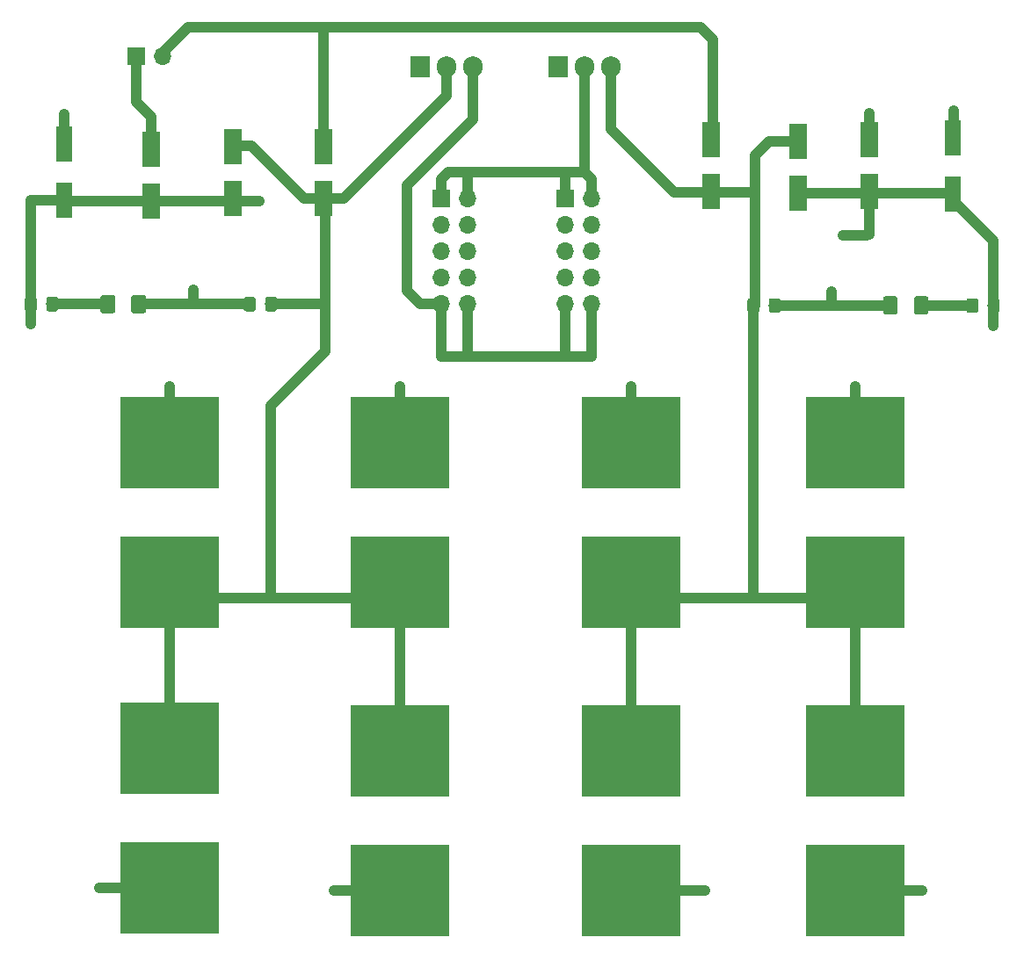
<source format=gbr>
G04 #@! TF.GenerationSoftware,KiCad,Pcbnew,(5.0.0-3-g5ebb6b6)*
G04 #@! TF.CreationDate,2019-01-11T00:48:24+00:00*
G04 #@! TF.ProjectId,AdjustablePSU,41646A75737461626C655053552E6B69,rev?*
G04 #@! TF.SameCoordinates,Original*
G04 #@! TF.FileFunction,Copper,L1,Top,Signal*
G04 #@! TF.FilePolarity,Positive*
%FSLAX46Y46*%
G04 Gerber Fmt 4.6, Leading zero omitted, Abs format (unit mm)*
G04 Created by KiCad (PCBNEW (5.0.0-3-g5ebb6b6)) date Friday, 11 January 2019 at 00:48:24*
%MOMM*%
%LPD*%
G01*
G04 APERTURE LIST*
G04 #@! TA.AperFunction,ComponentPad*
%ADD10R,1.905000X2.000000*%
G04 #@! TD*
G04 #@! TA.AperFunction,ComponentPad*
%ADD11O,1.905000X2.000000*%
G04 #@! TD*
G04 #@! TA.AperFunction,ComponentPad*
%ADD12R,1.700000X1.700000*%
G04 #@! TD*
G04 #@! TA.AperFunction,ComponentPad*
%ADD13O,1.700000X1.700000*%
G04 #@! TD*
G04 #@! TA.AperFunction,Conductor*
%ADD14C,0.100000*%
G04 #@! TD*
G04 #@! TA.AperFunction,SMDPad,CuDef*
%ADD15C,1.150000*%
G04 #@! TD*
G04 #@! TA.AperFunction,SMDPad,CuDef*
%ADD16R,9.600000X8.800000*%
G04 #@! TD*
G04 #@! TA.AperFunction,SMDPad,CuDef*
%ADD17R,1.600000X3.500000*%
G04 #@! TD*
G04 #@! TA.AperFunction,SMDPad,CuDef*
%ADD18C,1.425000*%
G04 #@! TD*
G04 #@! TA.AperFunction,SMDPad,CuDef*
%ADD19R,1.800000X3.500000*%
G04 #@! TD*
G04 #@! TA.AperFunction,ViaPad*
%ADD20C,0.800000*%
G04 #@! TD*
G04 #@! TA.AperFunction,Conductor*
%ADD21C,1.000000*%
G04 #@! TD*
G04 APERTURE END LIST*
D10*
G04 #@! TO.P,U_POSREG1,1*
G04 #@! TO.N,Net-(R_POSREG1-Pad2)*
X153035000Y-67310000D03*
D11*
G04 #@! TO.P,U_POSREG1,2*
G04 #@! TO.N,/12VDC_POS_REG*
X155575000Y-67310000D03*
G04 #@! TO.P,U_POSREG1,3*
G04 #@! TO.N,/DC_POS_IN*
X158115000Y-67310000D03*
G04 #@! TD*
D12*
G04 #@! TO.P,J_OUT1,1*
G04 #@! TO.N,/12VDC_POS_REG*
X141732000Y-80010000D03*
D13*
G04 #@! TO.P,J_OUT1,2*
X144272000Y-80010000D03*
G04 #@! TO.P,J_OUT1,3*
G04 #@! TO.N,GND*
X141732000Y-82550000D03*
G04 #@! TO.P,J_OUT1,4*
X144272000Y-82550000D03*
G04 #@! TO.P,J_OUT1,5*
X141732000Y-85090000D03*
G04 #@! TO.P,J_OUT1,6*
X144272000Y-85090000D03*
G04 #@! TO.P,J_OUT1,7*
X141732000Y-87630000D03*
G04 #@! TO.P,J_OUT1,8*
X144272000Y-87630000D03*
G04 #@! TO.P,J_OUT1,9*
G04 #@! TO.N,/12VDC_NEG_REG*
X141732000Y-90170000D03*
G04 #@! TO.P,J_OUT1,10*
X144272000Y-90170000D03*
G04 #@! TD*
D11*
G04 #@! TO.P,U_NEGREG1,3*
G04 #@! TO.N,/12VDC_NEG_REG*
X144780000Y-67310000D03*
G04 #@! TO.P,U_NEGREG1,2*
G04 #@! TO.N,/DC_NEG_IN*
X142240000Y-67310000D03*
D10*
G04 #@! TO.P,U_NEGREG1,1*
G04 #@! TO.N,Net-(R_NEGREG1-Pad2)*
X139700000Y-67310000D03*
G04 #@! TD*
D12*
G04 #@! TO.P,J_OUT2,1*
G04 #@! TO.N,/12VDC_POS_REG*
X153670000Y-80010000D03*
D13*
G04 #@! TO.P,J_OUT2,2*
X156210000Y-80010000D03*
G04 #@! TO.P,J_OUT2,3*
G04 #@! TO.N,GND*
X153670000Y-82550000D03*
G04 #@! TO.P,J_OUT2,4*
X156210000Y-82550000D03*
G04 #@! TO.P,J_OUT2,5*
X153670000Y-85090000D03*
G04 #@! TO.P,J_OUT2,6*
X156210000Y-85090000D03*
G04 #@! TO.P,J_OUT2,7*
X153670000Y-87630000D03*
G04 #@! TO.P,J_OUT2,8*
X156210000Y-87630000D03*
G04 #@! TO.P,J_OUT2,9*
G04 #@! TO.N,/12VDC_NEG_REG*
X153670000Y-90170000D03*
G04 #@! TO.P,J_OUT2,10*
X156210000Y-90170000D03*
G04 #@! TD*
D12*
G04 #@! TO.P,J_PWR1,1*
G04 #@! TO.N,GND*
X112395000Y-66294000D03*
D13*
G04 #@! TO.P,J_PWR1,2*
G04 #@! TO.N,/AC_IN*
X114935000Y-66294000D03*
G04 #@! TD*
D14*
G04 #@! TO.N,/DC_NEG_IN*
G04 #@! TO.C,C_NEG1*
G36*
X125707505Y-89471204D02*
X125731773Y-89474804D01*
X125755572Y-89480765D01*
X125778671Y-89489030D01*
X125800850Y-89499520D01*
X125821893Y-89512132D01*
X125841599Y-89526747D01*
X125859777Y-89543223D01*
X125876253Y-89561401D01*
X125890868Y-89581107D01*
X125903480Y-89602150D01*
X125913970Y-89624329D01*
X125922235Y-89647428D01*
X125928196Y-89671227D01*
X125931796Y-89695495D01*
X125933000Y-89719999D01*
X125933000Y-90620001D01*
X125931796Y-90644505D01*
X125928196Y-90668773D01*
X125922235Y-90692572D01*
X125913970Y-90715671D01*
X125903480Y-90737850D01*
X125890868Y-90758893D01*
X125876253Y-90778599D01*
X125859777Y-90796777D01*
X125841599Y-90813253D01*
X125821893Y-90827868D01*
X125800850Y-90840480D01*
X125778671Y-90850970D01*
X125755572Y-90859235D01*
X125731773Y-90865196D01*
X125707505Y-90868796D01*
X125683001Y-90870000D01*
X125032999Y-90870000D01*
X125008495Y-90868796D01*
X124984227Y-90865196D01*
X124960428Y-90859235D01*
X124937329Y-90850970D01*
X124915150Y-90840480D01*
X124894107Y-90827868D01*
X124874401Y-90813253D01*
X124856223Y-90796777D01*
X124839747Y-90778599D01*
X124825132Y-90758893D01*
X124812520Y-90737850D01*
X124802030Y-90715671D01*
X124793765Y-90692572D01*
X124787804Y-90668773D01*
X124784204Y-90644505D01*
X124783000Y-90620001D01*
X124783000Y-89719999D01*
X124784204Y-89695495D01*
X124787804Y-89671227D01*
X124793765Y-89647428D01*
X124802030Y-89624329D01*
X124812520Y-89602150D01*
X124825132Y-89581107D01*
X124839747Y-89561401D01*
X124856223Y-89543223D01*
X124874401Y-89526747D01*
X124894107Y-89512132D01*
X124915150Y-89499520D01*
X124937329Y-89489030D01*
X124960428Y-89480765D01*
X124984227Y-89474804D01*
X125008495Y-89471204D01*
X125032999Y-89470000D01*
X125683001Y-89470000D01*
X125707505Y-89471204D01*
X125707505Y-89471204D01*
G37*
D15*
G04 #@! TD*
G04 #@! TO.P,C_NEG1,1*
G04 #@! TO.N,/DC_NEG_IN*
X125358000Y-90170000D03*
D14*
G04 #@! TO.N,GND*
G04 #@! TO.C,C_NEG1*
G36*
X123657505Y-89471204D02*
X123681773Y-89474804D01*
X123705572Y-89480765D01*
X123728671Y-89489030D01*
X123750850Y-89499520D01*
X123771893Y-89512132D01*
X123791599Y-89526747D01*
X123809777Y-89543223D01*
X123826253Y-89561401D01*
X123840868Y-89581107D01*
X123853480Y-89602150D01*
X123863970Y-89624329D01*
X123872235Y-89647428D01*
X123878196Y-89671227D01*
X123881796Y-89695495D01*
X123883000Y-89719999D01*
X123883000Y-90620001D01*
X123881796Y-90644505D01*
X123878196Y-90668773D01*
X123872235Y-90692572D01*
X123863970Y-90715671D01*
X123853480Y-90737850D01*
X123840868Y-90758893D01*
X123826253Y-90778599D01*
X123809777Y-90796777D01*
X123791599Y-90813253D01*
X123771893Y-90827868D01*
X123750850Y-90840480D01*
X123728671Y-90850970D01*
X123705572Y-90859235D01*
X123681773Y-90865196D01*
X123657505Y-90868796D01*
X123633001Y-90870000D01*
X122982999Y-90870000D01*
X122958495Y-90868796D01*
X122934227Y-90865196D01*
X122910428Y-90859235D01*
X122887329Y-90850970D01*
X122865150Y-90840480D01*
X122844107Y-90827868D01*
X122824401Y-90813253D01*
X122806223Y-90796777D01*
X122789747Y-90778599D01*
X122775132Y-90758893D01*
X122762520Y-90737850D01*
X122752030Y-90715671D01*
X122743765Y-90692572D01*
X122737804Y-90668773D01*
X122734204Y-90644505D01*
X122733000Y-90620001D01*
X122733000Y-89719999D01*
X122734204Y-89695495D01*
X122737804Y-89671227D01*
X122743765Y-89647428D01*
X122752030Y-89624329D01*
X122762520Y-89602150D01*
X122775132Y-89581107D01*
X122789747Y-89561401D01*
X122806223Y-89543223D01*
X122824401Y-89526747D01*
X122844107Y-89512132D01*
X122865150Y-89499520D01*
X122887329Y-89489030D01*
X122910428Y-89480765D01*
X122934227Y-89474804D01*
X122958495Y-89471204D01*
X122982999Y-89470000D01*
X123633001Y-89470000D01*
X123657505Y-89471204D01*
X123657505Y-89471204D01*
G37*
D15*
G04 #@! TD*
G04 #@! TO.P,C_NEG1,2*
G04 #@! TO.N,GND*
X123308000Y-90170000D03*
D16*
G04 #@! TO.P,C_NEG2,1*
G04 #@! TO.N,GND*
X137795000Y-103486000D03*
G04 #@! TO.P,C_NEG2,2*
G04 #@! TO.N,/DC_NEG_IN*
X137795000Y-116986000D03*
G04 #@! TD*
G04 #@! TO.P,C_NEG3,2*
G04 #@! TO.N,/DC_NEG_IN*
X115570000Y-116986000D03*
G04 #@! TO.P,C_NEG3,1*
G04 #@! TO.N,GND*
X115570000Y-103486000D03*
G04 #@! TD*
G04 #@! TO.P,C_NEG4,1*
G04 #@! TO.N,GND*
X115570000Y-146450000D03*
G04 #@! TO.P,C_NEG4,2*
G04 #@! TO.N,/DC_NEG_IN*
X115570000Y-132950000D03*
G04 #@! TD*
G04 #@! TO.P,C_NEG5,2*
G04 #@! TO.N,/DC_NEG_IN*
X137795000Y-133204000D03*
G04 #@! TO.P,C_NEG5,1*
G04 #@! TO.N,GND*
X137795000Y-146704000D03*
G04 #@! TD*
D17*
G04 #@! TO.P,C_NEG6,2*
G04 #@! TO.N,/12VDC_NEG_REG*
X105410000Y-80170000D03*
G04 #@! TO.P,C_NEG6,1*
G04 #@! TO.N,GND*
X105410000Y-74770000D03*
G04 #@! TD*
D14*
G04 #@! TO.N,GND*
G04 #@! TO.C,C_POS1*
G36*
X174221505Y-89598204D02*
X174245773Y-89601804D01*
X174269572Y-89607765D01*
X174292671Y-89616030D01*
X174314850Y-89626520D01*
X174335893Y-89639132D01*
X174355599Y-89653747D01*
X174373777Y-89670223D01*
X174390253Y-89688401D01*
X174404868Y-89708107D01*
X174417480Y-89729150D01*
X174427970Y-89751329D01*
X174436235Y-89774428D01*
X174442196Y-89798227D01*
X174445796Y-89822495D01*
X174447000Y-89846999D01*
X174447000Y-90747001D01*
X174445796Y-90771505D01*
X174442196Y-90795773D01*
X174436235Y-90819572D01*
X174427970Y-90842671D01*
X174417480Y-90864850D01*
X174404868Y-90885893D01*
X174390253Y-90905599D01*
X174373777Y-90923777D01*
X174355599Y-90940253D01*
X174335893Y-90954868D01*
X174314850Y-90967480D01*
X174292671Y-90977970D01*
X174269572Y-90986235D01*
X174245773Y-90992196D01*
X174221505Y-90995796D01*
X174197001Y-90997000D01*
X173546999Y-90997000D01*
X173522495Y-90995796D01*
X173498227Y-90992196D01*
X173474428Y-90986235D01*
X173451329Y-90977970D01*
X173429150Y-90967480D01*
X173408107Y-90954868D01*
X173388401Y-90940253D01*
X173370223Y-90923777D01*
X173353747Y-90905599D01*
X173339132Y-90885893D01*
X173326520Y-90864850D01*
X173316030Y-90842671D01*
X173307765Y-90819572D01*
X173301804Y-90795773D01*
X173298204Y-90771505D01*
X173297000Y-90747001D01*
X173297000Y-89846999D01*
X173298204Y-89822495D01*
X173301804Y-89798227D01*
X173307765Y-89774428D01*
X173316030Y-89751329D01*
X173326520Y-89729150D01*
X173339132Y-89708107D01*
X173353747Y-89688401D01*
X173370223Y-89670223D01*
X173388401Y-89653747D01*
X173408107Y-89639132D01*
X173429150Y-89626520D01*
X173451329Y-89616030D01*
X173474428Y-89607765D01*
X173498227Y-89601804D01*
X173522495Y-89598204D01*
X173546999Y-89597000D01*
X174197001Y-89597000D01*
X174221505Y-89598204D01*
X174221505Y-89598204D01*
G37*
D15*
G04 #@! TD*
G04 #@! TO.P,C_POS1,2*
G04 #@! TO.N,GND*
X173872000Y-90297000D03*
D14*
G04 #@! TO.N,/DC_POS_IN*
G04 #@! TO.C,C_POS1*
G36*
X172171505Y-89598204D02*
X172195773Y-89601804D01*
X172219572Y-89607765D01*
X172242671Y-89616030D01*
X172264850Y-89626520D01*
X172285893Y-89639132D01*
X172305599Y-89653747D01*
X172323777Y-89670223D01*
X172340253Y-89688401D01*
X172354868Y-89708107D01*
X172367480Y-89729150D01*
X172377970Y-89751329D01*
X172386235Y-89774428D01*
X172392196Y-89798227D01*
X172395796Y-89822495D01*
X172397000Y-89846999D01*
X172397000Y-90747001D01*
X172395796Y-90771505D01*
X172392196Y-90795773D01*
X172386235Y-90819572D01*
X172377970Y-90842671D01*
X172367480Y-90864850D01*
X172354868Y-90885893D01*
X172340253Y-90905599D01*
X172323777Y-90923777D01*
X172305599Y-90940253D01*
X172285893Y-90954868D01*
X172264850Y-90967480D01*
X172242671Y-90977970D01*
X172219572Y-90986235D01*
X172195773Y-90992196D01*
X172171505Y-90995796D01*
X172147001Y-90997000D01*
X171496999Y-90997000D01*
X171472495Y-90995796D01*
X171448227Y-90992196D01*
X171424428Y-90986235D01*
X171401329Y-90977970D01*
X171379150Y-90967480D01*
X171358107Y-90954868D01*
X171338401Y-90940253D01*
X171320223Y-90923777D01*
X171303747Y-90905599D01*
X171289132Y-90885893D01*
X171276520Y-90864850D01*
X171266030Y-90842671D01*
X171257765Y-90819572D01*
X171251804Y-90795773D01*
X171248204Y-90771505D01*
X171247000Y-90747001D01*
X171247000Y-89846999D01*
X171248204Y-89822495D01*
X171251804Y-89798227D01*
X171257765Y-89774428D01*
X171266030Y-89751329D01*
X171276520Y-89729150D01*
X171289132Y-89708107D01*
X171303747Y-89688401D01*
X171320223Y-89670223D01*
X171338401Y-89653747D01*
X171358107Y-89639132D01*
X171379150Y-89626520D01*
X171401329Y-89616030D01*
X171424428Y-89607765D01*
X171448227Y-89601804D01*
X171472495Y-89598204D01*
X171496999Y-89597000D01*
X172147001Y-89597000D01*
X172171505Y-89598204D01*
X172171505Y-89598204D01*
G37*
D15*
G04 #@! TD*
G04 #@! TO.P,C_POS1,1*
G04 #@! TO.N,/DC_POS_IN*
X171822000Y-90297000D03*
D16*
G04 #@! TO.P,C_POS2,2*
G04 #@! TO.N,GND*
X160020000Y-146704000D03*
G04 #@! TO.P,C_POS2,1*
G04 #@! TO.N,/DC_POS_IN*
X160020000Y-133204000D03*
G04 #@! TD*
G04 #@! TO.P,C_POS3,1*
G04 #@! TO.N,/DC_POS_IN*
X160020000Y-116986000D03*
G04 #@! TO.P,C_POS3,2*
G04 #@! TO.N,GND*
X160020000Y-103486000D03*
G04 #@! TD*
G04 #@! TO.P,C_POS4,2*
G04 #@! TO.N,GND*
X181610000Y-146704000D03*
G04 #@! TO.P,C_POS4,1*
G04 #@! TO.N,/DC_POS_IN*
X181610000Y-133204000D03*
G04 #@! TD*
G04 #@! TO.P,C_POS5,1*
G04 #@! TO.N,/DC_POS_IN*
X181610000Y-116986000D03*
G04 #@! TO.P,C_POS5,2*
G04 #@! TO.N,GND*
X181610000Y-103486000D03*
G04 #@! TD*
D17*
G04 #@! TO.P,C_POS6,1*
G04 #@! TO.N,/12VDC_POS_REG*
X191008000Y-79535000D03*
G04 #@! TO.P,C_POS6,2*
G04 #@! TO.N,GND*
X191008000Y-74135000D03*
G04 #@! TD*
D14*
G04 #@! TO.N,Net-(D_NEG4-Pad1)*
G04 #@! TO.C,D_NEG4*
G36*
X110124504Y-89296204D02*
X110148773Y-89299804D01*
X110172571Y-89305765D01*
X110195671Y-89314030D01*
X110217849Y-89324520D01*
X110238893Y-89337133D01*
X110258598Y-89351747D01*
X110276777Y-89368223D01*
X110293253Y-89386402D01*
X110307867Y-89406107D01*
X110320480Y-89427151D01*
X110330970Y-89449329D01*
X110339235Y-89472429D01*
X110345196Y-89496227D01*
X110348796Y-89520496D01*
X110350000Y-89545000D01*
X110350000Y-90795000D01*
X110348796Y-90819504D01*
X110345196Y-90843773D01*
X110339235Y-90867571D01*
X110330970Y-90890671D01*
X110320480Y-90912849D01*
X110307867Y-90933893D01*
X110293253Y-90953598D01*
X110276777Y-90971777D01*
X110258598Y-90988253D01*
X110238893Y-91002867D01*
X110217849Y-91015480D01*
X110195671Y-91025970D01*
X110172571Y-91034235D01*
X110148773Y-91040196D01*
X110124504Y-91043796D01*
X110100000Y-91045000D01*
X109175000Y-91045000D01*
X109150496Y-91043796D01*
X109126227Y-91040196D01*
X109102429Y-91034235D01*
X109079329Y-91025970D01*
X109057151Y-91015480D01*
X109036107Y-91002867D01*
X109016402Y-90988253D01*
X108998223Y-90971777D01*
X108981747Y-90953598D01*
X108967133Y-90933893D01*
X108954520Y-90912849D01*
X108944030Y-90890671D01*
X108935765Y-90867571D01*
X108929804Y-90843773D01*
X108926204Y-90819504D01*
X108925000Y-90795000D01*
X108925000Y-89545000D01*
X108926204Y-89520496D01*
X108929804Y-89496227D01*
X108935765Y-89472429D01*
X108944030Y-89449329D01*
X108954520Y-89427151D01*
X108967133Y-89406107D01*
X108981747Y-89386402D01*
X108998223Y-89368223D01*
X109016402Y-89351747D01*
X109036107Y-89337133D01*
X109057151Y-89324520D01*
X109079329Y-89314030D01*
X109102429Y-89305765D01*
X109126227Y-89299804D01*
X109150496Y-89296204D01*
X109175000Y-89295000D01*
X110100000Y-89295000D01*
X110124504Y-89296204D01*
X110124504Y-89296204D01*
G37*
D18*
G04 #@! TD*
G04 #@! TO.P,D_NEG4,1*
G04 #@! TO.N,Net-(D_NEG4-Pad1)*
X109637500Y-90170000D03*
D14*
G04 #@! TO.N,GND*
G04 #@! TO.C,D_NEG4*
G36*
X113099504Y-89296204D02*
X113123773Y-89299804D01*
X113147571Y-89305765D01*
X113170671Y-89314030D01*
X113192849Y-89324520D01*
X113213893Y-89337133D01*
X113233598Y-89351747D01*
X113251777Y-89368223D01*
X113268253Y-89386402D01*
X113282867Y-89406107D01*
X113295480Y-89427151D01*
X113305970Y-89449329D01*
X113314235Y-89472429D01*
X113320196Y-89496227D01*
X113323796Y-89520496D01*
X113325000Y-89545000D01*
X113325000Y-90795000D01*
X113323796Y-90819504D01*
X113320196Y-90843773D01*
X113314235Y-90867571D01*
X113305970Y-90890671D01*
X113295480Y-90912849D01*
X113282867Y-90933893D01*
X113268253Y-90953598D01*
X113251777Y-90971777D01*
X113233598Y-90988253D01*
X113213893Y-91002867D01*
X113192849Y-91015480D01*
X113170671Y-91025970D01*
X113147571Y-91034235D01*
X113123773Y-91040196D01*
X113099504Y-91043796D01*
X113075000Y-91045000D01*
X112150000Y-91045000D01*
X112125496Y-91043796D01*
X112101227Y-91040196D01*
X112077429Y-91034235D01*
X112054329Y-91025970D01*
X112032151Y-91015480D01*
X112011107Y-91002867D01*
X111991402Y-90988253D01*
X111973223Y-90971777D01*
X111956747Y-90953598D01*
X111942133Y-90933893D01*
X111929520Y-90912849D01*
X111919030Y-90890671D01*
X111910765Y-90867571D01*
X111904804Y-90843773D01*
X111901204Y-90819504D01*
X111900000Y-90795000D01*
X111900000Y-89545000D01*
X111901204Y-89520496D01*
X111904804Y-89496227D01*
X111910765Y-89472429D01*
X111919030Y-89449329D01*
X111929520Y-89427151D01*
X111942133Y-89406107D01*
X111956747Y-89386402D01*
X111973223Y-89368223D01*
X111991402Y-89351747D01*
X112011107Y-89337133D01*
X112032151Y-89324520D01*
X112054329Y-89314030D01*
X112077429Y-89305765D01*
X112101227Y-89299804D01*
X112125496Y-89296204D01*
X112150000Y-89295000D01*
X113075000Y-89295000D01*
X113099504Y-89296204D01*
X113099504Y-89296204D01*
G37*
D18*
G04 #@! TD*
G04 #@! TO.P,D_NEG4,2*
G04 #@! TO.N,GND*
X112612500Y-90170000D03*
D14*
G04 #@! TO.N,Net-(D_POS4-Pad2)*
G04 #@! TO.C,D_POS4*
G36*
X188474004Y-89423204D02*
X188498273Y-89426804D01*
X188522071Y-89432765D01*
X188545171Y-89441030D01*
X188567349Y-89451520D01*
X188588393Y-89464133D01*
X188608098Y-89478747D01*
X188626277Y-89495223D01*
X188642753Y-89513402D01*
X188657367Y-89533107D01*
X188669980Y-89554151D01*
X188680470Y-89576329D01*
X188688735Y-89599429D01*
X188694696Y-89623227D01*
X188698296Y-89647496D01*
X188699500Y-89672000D01*
X188699500Y-90922000D01*
X188698296Y-90946504D01*
X188694696Y-90970773D01*
X188688735Y-90994571D01*
X188680470Y-91017671D01*
X188669980Y-91039849D01*
X188657367Y-91060893D01*
X188642753Y-91080598D01*
X188626277Y-91098777D01*
X188608098Y-91115253D01*
X188588393Y-91129867D01*
X188567349Y-91142480D01*
X188545171Y-91152970D01*
X188522071Y-91161235D01*
X188498273Y-91167196D01*
X188474004Y-91170796D01*
X188449500Y-91172000D01*
X187524500Y-91172000D01*
X187499996Y-91170796D01*
X187475727Y-91167196D01*
X187451929Y-91161235D01*
X187428829Y-91152970D01*
X187406651Y-91142480D01*
X187385607Y-91129867D01*
X187365902Y-91115253D01*
X187347723Y-91098777D01*
X187331247Y-91080598D01*
X187316633Y-91060893D01*
X187304020Y-91039849D01*
X187293530Y-91017671D01*
X187285265Y-90994571D01*
X187279304Y-90970773D01*
X187275704Y-90946504D01*
X187274500Y-90922000D01*
X187274500Y-89672000D01*
X187275704Y-89647496D01*
X187279304Y-89623227D01*
X187285265Y-89599429D01*
X187293530Y-89576329D01*
X187304020Y-89554151D01*
X187316633Y-89533107D01*
X187331247Y-89513402D01*
X187347723Y-89495223D01*
X187365902Y-89478747D01*
X187385607Y-89464133D01*
X187406651Y-89451520D01*
X187428829Y-89441030D01*
X187451929Y-89432765D01*
X187475727Y-89426804D01*
X187499996Y-89423204D01*
X187524500Y-89422000D01*
X188449500Y-89422000D01*
X188474004Y-89423204D01*
X188474004Y-89423204D01*
G37*
D18*
G04 #@! TD*
G04 #@! TO.P,D_POS4,2*
G04 #@! TO.N,Net-(D_POS4-Pad2)*
X187987000Y-90297000D03*
D14*
G04 #@! TO.N,GND*
G04 #@! TO.C,D_POS4*
G36*
X185499004Y-89423204D02*
X185523273Y-89426804D01*
X185547071Y-89432765D01*
X185570171Y-89441030D01*
X185592349Y-89451520D01*
X185613393Y-89464133D01*
X185633098Y-89478747D01*
X185651277Y-89495223D01*
X185667753Y-89513402D01*
X185682367Y-89533107D01*
X185694980Y-89554151D01*
X185705470Y-89576329D01*
X185713735Y-89599429D01*
X185719696Y-89623227D01*
X185723296Y-89647496D01*
X185724500Y-89672000D01*
X185724500Y-90922000D01*
X185723296Y-90946504D01*
X185719696Y-90970773D01*
X185713735Y-90994571D01*
X185705470Y-91017671D01*
X185694980Y-91039849D01*
X185682367Y-91060893D01*
X185667753Y-91080598D01*
X185651277Y-91098777D01*
X185633098Y-91115253D01*
X185613393Y-91129867D01*
X185592349Y-91142480D01*
X185570171Y-91152970D01*
X185547071Y-91161235D01*
X185523273Y-91167196D01*
X185499004Y-91170796D01*
X185474500Y-91172000D01*
X184549500Y-91172000D01*
X184524996Y-91170796D01*
X184500727Y-91167196D01*
X184476929Y-91161235D01*
X184453829Y-91152970D01*
X184431651Y-91142480D01*
X184410607Y-91129867D01*
X184390902Y-91115253D01*
X184372723Y-91098777D01*
X184356247Y-91080598D01*
X184341633Y-91060893D01*
X184329020Y-91039849D01*
X184318530Y-91017671D01*
X184310265Y-90994571D01*
X184304304Y-90970773D01*
X184300704Y-90946504D01*
X184299500Y-90922000D01*
X184299500Y-89672000D01*
X184300704Y-89647496D01*
X184304304Y-89623227D01*
X184310265Y-89599429D01*
X184318530Y-89576329D01*
X184329020Y-89554151D01*
X184341633Y-89533107D01*
X184356247Y-89513402D01*
X184372723Y-89495223D01*
X184390902Y-89478747D01*
X184410607Y-89464133D01*
X184431651Y-89451520D01*
X184453829Y-89441030D01*
X184476929Y-89432765D01*
X184500727Y-89426804D01*
X184524996Y-89423204D01*
X184549500Y-89422000D01*
X185474500Y-89422000D01*
X185499004Y-89423204D01*
X185499004Y-89423204D01*
G37*
D18*
G04 #@! TD*
G04 #@! TO.P,D_POS4,1*
G04 #@! TO.N,GND*
X185012000Y-90297000D03*
D14*
G04 #@! TO.N,/12VDC_NEG_REG*
G04 #@! TO.C,R_NEG1*
G36*
X102575505Y-89471204D02*
X102599773Y-89474804D01*
X102623572Y-89480765D01*
X102646671Y-89489030D01*
X102668850Y-89499520D01*
X102689893Y-89512132D01*
X102709599Y-89526747D01*
X102727777Y-89543223D01*
X102744253Y-89561401D01*
X102758868Y-89581107D01*
X102771480Y-89602150D01*
X102781970Y-89624329D01*
X102790235Y-89647428D01*
X102796196Y-89671227D01*
X102799796Y-89695495D01*
X102801000Y-89719999D01*
X102801000Y-90620001D01*
X102799796Y-90644505D01*
X102796196Y-90668773D01*
X102790235Y-90692572D01*
X102781970Y-90715671D01*
X102771480Y-90737850D01*
X102758868Y-90758893D01*
X102744253Y-90778599D01*
X102727777Y-90796777D01*
X102709599Y-90813253D01*
X102689893Y-90827868D01*
X102668850Y-90840480D01*
X102646671Y-90850970D01*
X102623572Y-90859235D01*
X102599773Y-90865196D01*
X102575505Y-90868796D01*
X102551001Y-90870000D01*
X101900999Y-90870000D01*
X101876495Y-90868796D01*
X101852227Y-90865196D01*
X101828428Y-90859235D01*
X101805329Y-90850970D01*
X101783150Y-90840480D01*
X101762107Y-90827868D01*
X101742401Y-90813253D01*
X101724223Y-90796777D01*
X101707747Y-90778599D01*
X101693132Y-90758893D01*
X101680520Y-90737850D01*
X101670030Y-90715671D01*
X101661765Y-90692572D01*
X101655804Y-90668773D01*
X101652204Y-90644505D01*
X101651000Y-90620001D01*
X101651000Y-89719999D01*
X101652204Y-89695495D01*
X101655804Y-89671227D01*
X101661765Y-89647428D01*
X101670030Y-89624329D01*
X101680520Y-89602150D01*
X101693132Y-89581107D01*
X101707747Y-89561401D01*
X101724223Y-89543223D01*
X101742401Y-89526747D01*
X101762107Y-89512132D01*
X101783150Y-89499520D01*
X101805329Y-89489030D01*
X101828428Y-89480765D01*
X101852227Y-89474804D01*
X101876495Y-89471204D01*
X101900999Y-89470000D01*
X102551001Y-89470000D01*
X102575505Y-89471204D01*
X102575505Y-89471204D01*
G37*
D15*
G04 #@! TD*
G04 #@! TO.P,R_NEG1,1*
G04 #@! TO.N,/12VDC_NEG_REG*
X102226000Y-90170000D03*
D14*
G04 #@! TO.N,Net-(D_NEG4-Pad1)*
G04 #@! TO.C,R_NEG1*
G36*
X104625505Y-89471204D02*
X104649773Y-89474804D01*
X104673572Y-89480765D01*
X104696671Y-89489030D01*
X104718850Y-89499520D01*
X104739893Y-89512132D01*
X104759599Y-89526747D01*
X104777777Y-89543223D01*
X104794253Y-89561401D01*
X104808868Y-89581107D01*
X104821480Y-89602150D01*
X104831970Y-89624329D01*
X104840235Y-89647428D01*
X104846196Y-89671227D01*
X104849796Y-89695495D01*
X104851000Y-89719999D01*
X104851000Y-90620001D01*
X104849796Y-90644505D01*
X104846196Y-90668773D01*
X104840235Y-90692572D01*
X104831970Y-90715671D01*
X104821480Y-90737850D01*
X104808868Y-90758893D01*
X104794253Y-90778599D01*
X104777777Y-90796777D01*
X104759599Y-90813253D01*
X104739893Y-90827868D01*
X104718850Y-90840480D01*
X104696671Y-90850970D01*
X104673572Y-90859235D01*
X104649773Y-90865196D01*
X104625505Y-90868796D01*
X104601001Y-90870000D01*
X103950999Y-90870000D01*
X103926495Y-90868796D01*
X103902227Y-90865196D01*
X103878428Y-90859235D01*
X103855329Y-90850970D01*
X103833150Y-90840480D01*
X103812107Y-90827868D01*
X103792401Y-90813253D01*
X103774223Y-90796777D01*
X103757747Y-90778599D01*
X103743132Y-90758893D01*
X103730520Y-90737850D01*
X103720030Y-90715671D01*
X103711765Y-90692572D01*
X103705804Y-90668773D01*
X103702204Y-90644505D01*
X103701000Y-90620001D01*
X103701000Y-89719999D01*
X103702204Y-89695495D01*
X103705804Y-89671227D01*
X103711765Y-89647428D01*
X103720030Y-89624329D01*
X103730520Y-89602150D01*
X103743132Y-89581107D01*
X103757747Y-89561401D01*
X103774223Y-89543223D01*
X103792401Y-89526747D01*
X103812107Y-89512132D01*
X103833150Y-89499520D01*
X103855329Y-89489030D01*
X103878428Y-89480765D01*
X103902227Y-89474804D01*
X103926495Y-89471204D01*
X103950999Y-89470000D01*
X104601001Y-89470000D01*
X104625505Y-89471204D01*
X104625505Y-89471204D01*
G37*
D15*
G04 #@! TD*
G04 #@! TO.P,R_NEG1,2*
G04 #@! TO.N,Net-(D_NEG4-Pad1)*
X104276000Y-90170000D03*
D14*
G04 #@! TO.N,Net-(D_POS4-Pad2)*
G04 #@! TO.C,R_POS1*
G36*
X193253505Y-89598204D02*
X193277773Y-89601804D01*
X193301572Y-89607765D01*
X193324671Y-89616030D01*
X193346850Y-89626520D01*
X193367893Y-89639132D01*
X193387599Y-89653747D01*
X193405777Y-89670223D01*
X193422253Y-89688401D01*
X193436868Y-89708107D01*
X193449480Y-89729150D01*
X193459970Y-89751329D01*
X193468235Y-89774428D01*
X193474196Y-89798227D01*
X193477796Y-89822495D01*
X193479000Y-89846999D01*
X193479000Y-90747001D01*
X193477796Y-90771505D01*
X193474196Y-90795773D01*
X193468235Y-90819572D01*
X193459970Y-90842671D01*
X193449480Y-90864850D01*
X193436868Y-90885893D01*
X193422253Y-90905599D01*
X193405777Y-90923777D01*
X193387599Y-90940253D01*
X193367893Y-90954868D01*
X193346850Y-90967480D01*
X193324671Y-90977970D01*
X193301572Y-90986235D01*
X193277773Y-90992196D01*
X193253505Y-90995796D01*
X193229001Y-90997000D01*
X192578999Y-90997000D01*
X192554495Y-90995796D01*
X192530227Y-90992196D01*
X192506428Y-90986235D01*
X192483329Y-90977970D01*
X192461150Y-90967480D01*
X192440107Y-90954868D01*
X192420401Y-90940253D01*
X192402223Y-90923777D01*
X192385747Y-90905599D01*
X192371132Y-90885893D01*
X192358520Y-90864850D01*
X192348030Y-90842671D01*
X192339765Y-90819572D01*
X192333804Y-90795773D01*
X192330204Y-90771505D01*
X192329000Y-90747001D01*
X192329000Y-89846999D01*
X192330204Y-89822495D01*
X192333804Y-89798227D01*
X192339765Y-89774428D01*
X192348030Y-89751329D01*
X192358520Y-89729150D01*
X192371132Y-89708107D01*
X192385747Y-89688401D01*
X192402223Y-89670223D01*
X192420401Y-89653747D01*
X192440107Y-89639132D01*
X192461150Y-89626520D01*
X192483329Y-89616030D01*
X192506428Y-89607765D01*
X192530227Y-89601804D01*
X192554495Y-89598204D01*
X192578999Y-89597000D01*
X193229001Y-89597000D01*
X193253505Y-89598204D01*
X193253505Y-89598204D01*
G37*
D15*
G04 #@! TD*
G04 #@! TO.P,R_POS1,2*
G04 #@! TO.N,Net-(D_POS4-Pad2)*
X192904000Y-90297000D03*
D14*
G04 #@! TO.N,/12VDC_POS_REG*
G04 #@! TO.C,R_POS1*
G36*
X195303505Y-89598204D02*
X195327773Y-89601804D01*
X195351572Y-89607765D01*
X195374671Y-89616030D01*
X195396850Y-89626520D01*
X195417893Y-89639132D01*
X195437599Y-89653747D01*
X195455777Y-89670223D01*
X195472253Y-89688401D01*
X195486868Y-89708107D01*
X195499480Y-89729150D01*
X195509970Y-89751329D01*
X195518235Y-89774428D01*
X195524196Y-89798227D01*
X195527796Y-89822495D01*
X195529000Y-89846999D01*
X195529000Y-90747001D01*
X195527796Y-90771505D01*
X195524196Y-90795773D01*
X195518235Y-90819572D01*
X195509970Y-90842671D01*
X195499480Y-90864850D01*
X195486868Y-90885893D01*
X195472253Y-90905599D01*
X195455777Y-90923777D01*
X195437599Y-90940253D01*
X195417893Y-90954868D01*
X195396850Y-90967480D01*
X195374671Y-90977970D01*
X195351572Y-90986235D01*
X195327773Y-90992196D01*
X195303505Y-90995796D01*
X195279001Y-90997000D01*
X194628999Y-90997000D01*
X194604495Y-90995796D01*
X194580227Y-90992196D01*
X194556428Y-90986235D01*
X194533329Y-90977970D01*
X194511150Y-90967480D01*
X194490107Y-90954868D01*
X194470401Y-90940253D01*
X194452223Y-90923777D01*
X194435747Y-90905599D01*
X194421132Y-90885893D01*
X194408520Y-90864850D01*
X194398030Y-90842671D01*
X194389765Y-90819572D01*
X194383804Y-90795773D01*
X194380204Y-90771505D01*
X194379000Y-90747001D01*
X194379000Y-89846999D01*
X194380204Y-89822495D01*
X194383804Y-89798227D01*
X194389765Y-89774428D01*
X194398030Y-89751329D01*
X194408520Y-89729150D01*
X194421132Y-89708107D01*
X194435747Y-89688401D01*
X194452223Y-89670223D01*
X194470401Y-89653747D01*
X194490107Y-89639132D01*
X194511150Y-89626520D01*
X194533329Y-89616030D01*
X194556428Y-89607765D01*
X194580227Y-89601804D01*
X194604495Y-89598204D01*
X194628999Y-89597000D01*
X195279001Y-89597000D01*
X195303505Y-89598204D01*
X195303505Y-89598204D01*
G37*
D15*
G04 #@! TD*
G04 #@! TO.P,R_POS1,1*
G04 #@! TO.N,/12VDC_POS_REG*
X194954000Y-90297000D03*
D19*
G04 #@! TO.P,D_NEG1,2*
G04 #@! TO.N,/DC_NEG_IN*
X130429000Y-79970000D03*
G04 #@! TO.P,D_NEG1,1*
G04 #@! TO.N,/AC_IN*
X130429000Y-74970000D03*
G04 #@! TD*
G04 #@! TO.P,D_NEG2,1*
G04 #@! TO.N,/12VDC_NEG_REG*
X121666000Y-79970000D03*
G04 #@! TO.P,D_NEG2,2*
G04 #@! TO.N,/DC_NEG_IN*
X121666000Y-74970000D03*
G04 #@! TD*
G04 #@! TO.P,D_NEG3,1*
G04 #@! TO.N,GND*
X113792000Y-75224000D03*
G04 #@! TO.P,D_NEG3,2*
G04 #@! TO.N,/12VDC_NEG_REG*
X113792000Y-80224000D03*
G04 #@! TD*
G04 #@! TO.P,D_POS1,1*
G04 #@! TO.N,/DC_POS_IN*
X167767000Y-79335000D03*
G04 #@! TO.P,D_POS1,2*
G04 #@! TO.N,/AC_IN*
X167767000Y-74335000D03*
G04 #@! TD*
G04 #@! TO.P,D_POS2,2*
G04 #@! TO.N,/12VDC_POS_REG*
X176149000Y-79462000D03*
G04 #@! TO.P,D_POS2,1*
G04 #@! TO.N,/DC_POS_IN*
X176149000Y-74462000D03*
G04 #@! TD*
G04 #@! TO.P,D_POS3,2*
G04 #@! TO.N,GND*
X183007000Y-74335000D03*
G04 #@! TO.P,D_POS3,1*
G04 #@! TO.N,/12VDC_POS_REG*
X183007000Y-79335000D03*
G04 #@! TD*
D20*
G04 #@! TO.N,GND*
X117856000Y-88773000D03*
X191135000Y-71501000D03*
X183007000Y-71755000D03*
X179324000Y-88963500D03*
X105410000Y-71882000D03*
X115570000Y-98086000D03*
X137795000Y-98086000D03*
X108839000Y-146431000D03*
X131464000Y-146704000D03*
X160020000Y-98086000D03*
X181610000Y-98086000D03*
X188068000Y-146704000D03*
X167113000Y-146704000D03*
G04 #@! TO.N,/12VDC_NEG_REG*
X102226000Y-92066000D03*
X124205998Y-80264000D03*
G04 #@! TO.N,/12VDC_POS_REG*
X194945000Y-92265500D03*
X180467000Y-83565998D03*
G04 #@! TD*
D21*
G04 #@! TO.N,GND*
X112612500Y-90170000D02*
X114935000Y-90170000D01*
X191135000Y-73881000D02*
X191135000Y-71501000D01*
X183007000Y-74335000D02*
X183007000Y-71755000D01*
X116268500Y-90170000D02*
X114545000Y-90170000D01*
X179324000Y-89529185D02*
X179324000Y-90297000D01*
X179324000Y-88963500D02*
X179324000Y-89529185D01*
X184721500Y-90297000D02*
X177165000Y-90297000D01*
X105410000Y-74770000D02*
X105410000Y-71882000D01*
X115570000Y-103486000D02*
X115570000Y-98086000D01*
X137795000Y-103486000D02*
X137795000Y-98086000D01*
X109770000Y-146450000D02*
X109751000Y-146431000D01*
X115570000Y-146450000D02*
X109770000Y-146450000D01*
X109751000Y-146431000D02*
X108839000Y-146431000D01*
X137795000Y-146704000D02*
X131464000Y-146704000D01*
X160020000Y-103486000D02*
X160020000Y-98086000D01*
X181610000Y-103486000D02*
X181610000Y-98086000D01*
X181610000Y-146704000D02*
X188068000Y-146704000D01*
X160020000Y-146704000D02*
X167113000Y-146704000D01*
X177165000Y-90297000D02*
X174135000Y-90297000D01*
X112395000Y-70231000D02*
X112395000Y-66294000D01*
X113792000Y-72093000D02*
X112395000Y-70696000D01*
X113792000Y-74843000D02*
X113792000Y-72093000D01*
X112395000Y-70696000D02*
X112395000Y-70231000D01*
X114173000Y-75224000D02*
X113792000Y-74843000D01*
X117856000Y-90170000D02*
X117856000Y-88773000D01*
X123308000Y-90170000D02*
X117856000Y-90170000D01*
X117856000Y-90170000D02*
X116268500Y-90170000D01*
G04 #@! TO.N,/DC_NEG_IN*
X115570000Y-118510000D02*
X115570000Y-132950000D01*
X137541000Y-132950000D02*
X137795000Y-133204000D01*
X137795000Y-127804000D02*
X137795000Y-118510000D01*
X137795000Y-133204000D02*
X137795000Y-127804000D01*
X126033000Y-90170000D02*
X130556000Y-90170000D01*
X125358000Y-90170000D02*
X126033000Y-90170000D01*
X130556000Y-80137000D02*
X130556000Y-90170000D01*
X142240000Y-69310000D02*
X142240000Y-67310000D01*
X142240000Y-70059000D02*
X142240000Y-69310000D01*
X132329000Y-79970000D02*
X142240000Y-70059000D01*
X130429000Y-79970000D02*
X132329000Y-79970000D01*
X123489000Y-74930000D02*
X121793000Y-74930000D01*
X128529000Y-79970000D02*
X123489000Y-74930000D01*
X130429000Y-79970000D02*
X128529000Y-79970000D01*
X115970000Y-118510000D02*
X115570000Y-118510000D01*
X115989000Y-118491000D02*
X115970000Y-118510000D01*
X125222000Y-118491000D02*
X115989000Y-118491000D01*
X130556000Y-90170000D02*
X130556000Y-94704000D01*
X125330000Y-118383000D02*
X125222000Y-118491000D01*
X125330000Y-99930000D02*
X125330000Y-118383000D01*
X130556000Y-94704000D02*
X125330000Y-99930000D01*
X125457000Y-118510000D02*
X137795000Y-118510000D01*
X125330000Y-118383000D02*
X125457000Y-118510000D01*
G04 #@! TO.N,/12VDC_NEG_REG*
X102235000Y-80170000D02*
X102235000Y-86115000D01*
X144145000Y-95250000D02*
X153670000Y-95250000D01*
X144780000Y-72390000D02*
X144780000Y-67310000D01*
X138430000Y-78740000D02*
X144780000Y-72390000D01*
X139700000Y-90170000D02*
X138430000Y-88900000D01*
X138430000Y-88900000D02*
X138430000Y-78740000D01*
X141732000Y-90170000D02*
X139700000Y-90170000D01*
X102226000Y-86360000D02*
X102226000Y-90097500D01*
X102226000Y-90170000D02*
X102226000Y-92066000D01*
X102235000Y-80170000D02*
X105410000Y-80170000D01*
X105504000Y-80264000D02*
X105410000Y-80170000D01*
X124205998Y-80264000D02*
X105504000Y-80264000D01*
X153670000Y-91372081D02*
X153670000Y-95250000D01*
X153670000Y-90170000D02*
X153670000Y-91372081D01*
X144272000Y-95123000D02*
X144145000Y-95250000D01*
X144272000Y-90170000D02*
X144272000Y-95123000D01*
X141732000Y-95250000D02*
X144145000Y-95250000D01*
X141732000Y-90170000D02*
X141732000Y-95250000D01*
X156210000Y-95250000D02*
X156210000Y-90170000D01*
X153670000Y-95250000D02*
X156210000Y-95250000D01*
G04 #@! TO.N,/DC_POS_IN*
X171850000Y-118510000D02*
X181610000Y-118510000D01*
X171831000Y-118491000D02*
X171850000Y-118510000D01*
X171831000Y-91106000D02*
X171831000Y-118491000D01*
X171822000Y-91097000D02*
X171831000Y-91106000D01*
X171822000Y-90297000D02*
X171822000Y-91097000D01*
X171812000Y-118510000D02*
X160020000Y-118510000D01*
X171831000Y-118491000D02*
X171812000Y-118510000D01*
X160020000Y-123910000D02*
X160020000Y-133204000D01*
X160020000Y-118510000D02*
X160020000Y-123910000D01*
X181610000Y-118510000D02*
X181610000Y-133204000D01*
X171958000Y-79502000D02*
X171831000Y-79502000D01*
X164211000Y-79375000D02*
X171958000Y-79375000D01*
X158115000Y-73279000D02*
X164211000Y-79375000D01*
X158115000Y-67310000D02*
X158115000Y-73279000D01*
X171958000Y-79502000D02*
X171831000Y-79375000D01*
X171958000Y-90297000D02*
X171958000Y-79502000D01*
X171958000Y-79502000D02*
X171958000Y-75819000D01*
X173315000Y-74462000D02*
X176149000Y-74462000D01*
X171958000Y-75819000D02*
X173315000Y-74462000D01*
G04 #@! TO.N,/12VDC_POS_REG*
X141732000Y-78160000D02*
X142422000Y-77470000D01*
X141732000Y-80010000D02*
X141732000Y-78160000D01*
X155575000Y-67310000D02*
X155575000Y-77470000D01*
X194945000Y-87004000D02*
X194945000Y-92265500D01*
X194954000Y-86995000D02*
X194945000Y-87004000D01*
X194945000Y-84074000D02*
X194945000Y-86868000D01*
X191008000Y-80137000D02*
X194945000Y-84074000D01*
X191008000Y-79502000D02*
X191008000Y-80137000D01*
X190935000Y-79462000D02*
X191008000Y-79535000D01*
X176149000Y-79462000D02*
X190935000Y-79462000D01*
X183007000Y-79335000D02*
X183007000Y-82042000D01*
X156210000Y-78105000D02*
X155575000Y-77470000D01*
X156210000Y-80010000D02*
X156210000Y-78105000D01*
X183007000Y-82042000D02*
X183007000Y-83439000D01*
X182753002Y-83565998D02*
X181032685Y-83565998D01*
X181032685Y-83565998D02*
X180467000Y-83565998D01*
X182880000Y-83439000D02*
X182753002Y-83565998D01*
X144272000Y-80010000D02*
X144272000Y-77470000D01*
X142422000Y-77470000D02*
X144272000Y-77470000D01*
X153670000Y-78160000D02*
X153670000Y-77470000D01*
X153670000Y-80010000D02*
X153670000Y-78160000D01*
X153670000Y-77470000D02*
X155575000Y-77470000D01*
X144272000Y-77470000D02*
X153670000Y-77470000D01*
G04 #@! TO.N,/AC_IN*
X167894000Y-64770000D02*
X167894000Y-74208000D01*
X125095000Y-63500000D02*
X125984000Y-63500000D01*
X117348000Y-63500000D02*
X125984000Y-63500000D01*
X114935000Y-65913000D02*
X117348000Y-63500000D01*
X114935000Y-66294000D02*
X114935000Y-65913000D01*
X130429000Y-72220000D02*
X130429000Y-63500000D01*
X130429000Y-74970000D02*
X130429000Y-72220000D01*
X125984000Y-63500000D02*
X130429000Y-63500000D01*
X166751000Y-63500000D02*
X167894000Y-64643000D01*
X130429000Y-63500000D02*
X166751000Y-63500000D01*
G04 #@! TO.N,Net-(D_NEG4-Pad1)*
X104530000Y-90170000D02*
X109637500Y-90170000D01*
G04 #@! TO.N,Net-(D_POS4-Pad2)*
X192659000Y-90297000D02*
X188087000Y-90297000D01*
G04 #@! TD*
M02*

</source>
